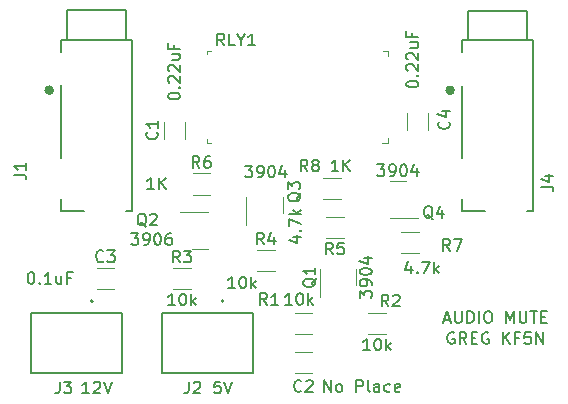
<source format=gto>
G04 #@! TF.GenerationSoftware,KiCad,Pcbnew,6.0.4-6f826c9f35~116~ubuntu20.04.1*
G04 #@! TF.CreationDate,2022-04-06T08:04:33-04:00*
G04 #@! TF.ProjectId,audiomute,61756469-6f6d-4757-9465-2e6b69636164,rev?*
G04 #@! TF.SameCoordinates,Original*
G04 #@! TF.FileFunction,Legend,Top*
G04 #@! TF.FilePolarity,Positive*
%FSLAX46Y46*%
G04 Gerber Fmt 4.6, Leading zero omitted, Abs format (unit mm)*
G04 Created by KiCad (PCBNEW 6.0.4-6f826c9f35~116~ubuntu20.04.1) date 2022-04-06 08:04:33*
%MOMM*%
%LPD*%
G01*
G04 APERTURE LIST*
%ADD10C,0.150000*%
%ADD11C,0.120000*%
%ADD12C,0.127000*%
%ADD13C,0.200000*%
%ADD14C,0.100000*%
%ADD15C,0.400000*%
G04 APERTURE END LIST*
D10*
X120579000Y-100592000D02*
X120483761Y-100544380D01*
X120340904Y-100544380D01*
X120198047Y-100592000D01*
X120102809Y-100687238D01*
X120055190Y-100782476D01*
X120007571Y-100972952D01*
X120007571Y-101115809D01*
X120055190Y-101306285D01*
X120102809Y-101401523D01*
X120198047Y-101496761D01*
X120340904Y-101544380D01*
X120436142Y-101544380D01*
X120579000Y-101496761D01*
X120626619Y-101449142D01*
X120626619Y-101115809D01*
X120436142Y-101115809D01*
X121626619Y-101544380D02*
X121293285Y-101068190D01*
X121055190Y-101544380D02*
X121055190Y-100544380D01*
X121436142Y-100544380D01*
X121531380Y-100592000D01*
X121579000Y-100639619D01*
X121626619Y-100734857D01*
X121626619Y-100877714D01*
X121579000Y-100972952D01*
X121531380Y-101020571D01*
X121436142Y-101068190D01*
X121055190Y-101068190D01*
X122055190Y-101020571D02*
X122388523Y-101020571D01*
X122531380Y-101544380D02*
X122055190Y-101544380D01*
X122055190Y-100544380D01*
X122531380Y-100544380D01*
X123483761Y-100592000D02*
X123388523Y-100544380D01*
X123245666Y-100544380D01*
X123102809Y-100592000D01*
X123007571Y-100687238D01*
X122959952Y-100782476D01*
X122912333Y-100972952D01*
X122912333Y-101115809D01*
X122959952Y-101306285D01*
X123007571Y-101401523D01*
X123102809Y-101496761D01*
X123245666Y-101544380D01*
X123340904Y-101544380D01*
X123483761Y-101496761D01*
X123531380Y-101449142D01*
X123531380Y-101115809D01*
X123340904Y-101115809D01*
X124721857Y-101544380D02*
X124721857Y-100544380D01*
X125293285Y-101544380D02*
X124864714Y-100972952D01*
X125293285Y-100544380D02*
X124721857Y-101115809D01*
X126055190Y-101020571D02*
X125721857Y-101020571D01*
X125721857Y-101544380D02*
X125721857Y-100544380D01*
X126198047Y-100544380D01*
X127055190Y-100544380D02*
X126579000Y-100544380D01*
X126531380Y-101020571D01*
X126579000Y-100972952D01*
X126674238Y-100925333D01*
X126912333Y-100925333D01*
X127007571Y-100972952D01*
X127055190Y-101020571D01*
X127102809Y-101115809D01*
X127102809Y-101353904D01*
X127055190Y-101449142D01*
X127007571Y-101496761D01*
X126912333Y-101544380D01*
X126674238Y-101544380D01*
X126579000Y-101496761D01*
X126531380Y-101449142D01*
X127531380Y-101544380D02*
X127531380Y-100544380D01*
X128102809Y-101544380D01*
X128102809Y-100544380D01*
X89677952Y-105735380D02*
X89106523Y-105735380D01*
X89392238Y-105735380D02*
X89392238Y-104735380D01*
X89297000Y-104878238D01*
X89201761Y-104973476D01*
X89106523Y-105021095D01*
X90058904Y-104830619D02*
X90106523Y-104783000D01*
X90201761Y-104735380D01*
X90439857Y-104735380D01*
X90535095Y-104783000D01*
X90582714Y-104830619D01*
X90630333Y-104925857D01*
X90630333Y-105021095D01*
X90582714Y-105163952D01*
X90011285Y-105735380D01*
X90630333Y-105735380D01*
X90916047Y-104735380D02*
X91249380Y-105735380D01*
X91582714Y-104735380D01*
X100774523Y-104735380D02*
X100298333Y-104735380D01*
X100250714Y-105211571D01*
X100298333Y-105163952D01*
X100393571Y-105116333D01*
X100631666Y-105116333D01*
X100726904Y-105163952D01*
X100774523Y-105211571D01*
X100822142Y-105306809D01*
X100822142Y-105544904D01*
X100774523Y-105640142D01*
X100726904Y-105687761D01*
X100631666Y-105735380D01*
X100393571Y-105735380D01*
X100298333Y-105687761D01*
X100250714Y-105640142D01*
X101107857Y-104735380D02*
X101441190Y-105735380D01*
X101774523Y-104735380D01*
X119745666Y-99480666D02*
X120221857Y-99480666D01*
X119650428Y-99766380D02*
X119983761Y-98766380D01*
X120317095Y-99766380D01*
X120650428Y-98766380D02*
X120650428Y-99575904D01*
X120698047Y-99671142D01*
X120745666Y-99718761D01*
X120840904Y-99766380D01*
X121031380Y-99766380D01*
X121126619Y-99718761D01*
X121174238Y-99671142D01*
X121221857Y-99575904D01*
X121221857Y-98766380D01*
X121698047Y-99766380D02*
X121698047Y-98766380D01*
X121936142Y-98766380D01*
X122079000Y-98814000D01*
X122174238Y-98909238D01*
X122221857Y-99004476D01*
X122269476Y-99194952D01*
X122269476Y-99337809D01*
X122221857Y-99528285D01*
X122174238Y-99623523D01*
X122079000Y-99718761D01*
X121936142Y-99766380D01*
X121698047Y-99766380D01*
X122698047Y-99766380D02*
X122698047Y-98766380D01*
X123364714Y-98766380D02*
X123555190Y-98766380D01*
X123650428Y-98814000D01*
X123745666Y-98909238D01*
X123793285Y-99099714D01*
X123793285Y-99433047D01*
X123745666Y-99623523D01*
X123650428Y-99718761D01*
X123555190Y-99766380D01*
X123364714Y-99766380D01*
X123269476Y-99718761D01*
X123174238Y-99623523D01*
X123126619Y-99433047D01*
X123126619Y-99099714D01*
X123174238Y-98909238D01*
X123269476Y-98814000D01*
X123364714Y-98766380D01*
X124983761Y-99766380D02*
X124983761Y-98766380D01*
X125317095Y-99480666D01*
X125650428Y-98766380D01*
X125650428Y-99766380D01*
X126126619Y-98766380D02*
X126126619Y-99575904D01*
X126174238Y-99671142D01*
X126221857Y-99718761D01*
X126317095Y-99766380D01*
X126507571Y-99766380D01*
X126602809Y-99718761D01*
X126650428Y-99671142D01*
X126698047Y-99575904D01*
X126698047Y-98766380D01*
X127031380Y-98766380D02*
X127602809Y-98766380D01*
X127317095Y-99766380D02*
X127317095Y-98766380D01*
X127936142Y-99242571D02*
X128269476Y-99242571D01*
X128412333Y-99766380D02*
X127936142Y-99766380D01*
X127936142Y-98766380D01*
X128412333Y-98766380D01*
X115022333Y-98369380D02*
X114689000Y-97893190D01*
X114450904Y-98369380D02*
X114450904Y-97369380D01*
X114831857Y-97369380D01*
X114927095Y-97417000D01*
X114974714Y-97464619D01*
X115022333Y-97559857D01*
X115022333Y-97702714D01*
X114974714Y-97797952D01*
X114927095Y-97845571D01*
X114831857Y-97893190D01*
X114450904Y-97893190D01*
X115403285Y-97464619D02*
X115450904Y-97417000D01*
X115546142Y-97369380D01*
X115784238Y-97369380D01*
X115879476Y-97417000D01*
X115927095Y-97464619D01*
X115974714Y-97559857D01*
X115974714Y-97655095D01*
X115927095Y-97797952D01*
X115355666Y-98369380D01*
X115974714Y-98369380D01*
X113450761Y-102094380D02*
X112879333Y-102094380D01*
X113165047Y-102094380D02*
X113165047Y-101094380D01*
X113069809Y-101237238D01*
X112974571Y-101332476D01*
X112879333Y-101380095D01*
X114069809Y-101094380D02*
X114165047Y-101094380D01*
X114260285Y-101142000D01*
X114307904Y-101189619D01*
X114355523Y-101284857D01*
X114403142Y-101475333D01*
X114403142Y-101713428D01*
X114355523Y-101903904D01*
X114307904Y-101999142D01*
X114260285Y-102046761D01*
X114165047Y-102094380D01*
X114069809Y-102094380D01*
X113974571Y-102046761D01*
X113926952Y-101999142D01*
X113879333Y-101903904D01*
X113831714Y-101713428D01*
X113831714Y-101475333D01*
X113879333Y-101284857D01*
X113926952Y-101189619D01*
X113974571Y-101142000D01*
X114069809Y-101094380D01*
X114831714Y-102094380D02*
X114831714Y-101094380D01*
X114926952Y-101713428D02*
X115212666Y-102094380D01*
X115212666Y-101427714D02*
X114831714Y-101808666D01*
X108891619Y-95980238D02*
X108844000Y-96075476D01*
X108748761Y-96170714D01*
X108605904Y-96313571D01*
X108558285Y-96408809D01*
X108558285Y-96504047D01*
X108796380Y-96456428D02*
X108748761Y-96551666D01*
X108653523Y-96646904D01*
X108463047Y-96694523D01*
X108129714Y-96694523D01*
X107939238Y-96646904D01*
X107844000Y-96551666D01*
X107796380Y-96456428D01*
X107796380Y-96265952D01*
X107844000Y-96170714D01*
X107939238Y-96075476D01*
X108129714Y-96027857D01*
X108463047Y-96027857D01*
X108653523Y-96075476D01*
X108748761Y-96170714D01*
X108796380Y-96265952D01*
X108796380Y-96456428D01*
X108796380Y-95075476D02*
X108796380Y-95646904D01*
X108796380Y-95361190D02*
X107796380Y-95361190D01*
X107939238Y-95456428D01*
X108034476Y-95551666D01*
X108082095Y-95646904D01*
X112596380Y-97646904D02*
X112596380Y-97027857D01*
X112977333Y-97361190D01*
X112977333Y-97218333D01*
X113024952Y-97123095D01*
X113072571Y-97075476D01*
X113167809Y-97027857D01*
X113405904Y-97027857D01*
X113501142Y-97075476D01*
X113548761Y-97123095D01*
X113596380Y-97218333D01*
X113596380Y-97504047D01*
X113548761Y-97599285D01*
X113501142Y-97646904D01*
X113596380Y-96551666D02*
X113596380Y-96361190D01*
X113548761Y-96265952D01*
X113501142Y-96218333D01*
X113358285Y-96123095D01*
X113167809Y-96075476D01*
X112786857Y-96075476D01*
X112691619Y-96123095D01*
X112644000Y-96170714D01*
X112596380Y-96265952D01*
X112596380Y-96456428D01*
X112644000Y-96551666D01*
X112691619Y-96599285D01*
X112786857Y-96646904D01*
X113024952Y-96646904D01*
X113120190Y-96599285D01*
X113167809Y-96551666D01*
X113215428Y-96456428D01*
X113215428Y-96265952D01*
X113167809Y-96170714D01*
X113120190Y-96123095D01*
X113024952Y-96075476D01*
X112596380Y-95456428D02*
X112596380Y-95361190D01*
X112644000Y-95265952D01*
X112691619Y-95218333D01*
X112786857Y-95170714D01*
X112977333Y-95123095D01*
X113215428Y-95123095D01*
X113405904Y-95170714D01*
X113501142Y-95218333D01*
X113548761Y-95265952D01*
X113596380Y-95361190D01*
X113596380Y-95456428D01*
X113548761Y-95551666D01*
X113501142Y-95599285D01*
X113405904Y-95646904D01*
X113215428Y-95694523D01*
X112977333Y-95694523D01*
X112786857Y-95646904D01*
X112691619Y-95599285D01*
X112644000Y-95551666D01*
X112596380Y-95456428D01*
X112929714Y-94265952D02*
X113596380Y-94265952D01*
X112548761Y-94504047D02*
X113263047Y-94742142D01*
X113263047Y-94123095D01*
X107608619Y-88741238D02*
X107561000Y-88836476D01*
X107465761Y-88931714D01*
X107322904Y-89074571D01*
X107275285Y-89169809D01*
X107275285Y-89265047D01*
X107513380Y-89217428D02*
X107465761Y-89312666D01*
X107370523Y-89407904D01*
X107180047Y-89455523D01*
X106846714Y-89455523D01*
X106656238Y-89407904D01*
X106561000Y-89312666D01*
X106513380Y-89217428D01*
X106513380Y-89026952D01*
X106561000Y-88931714D01*
X106656238Y-88836476D01*
X106846714Y-88788857D01*
X107180047Y-88788857D01*
X107370523Y-88836476D01*
X107465761Y-88931714D01*
X107513380Y-89026952D01*
X107513380Y-89217428D01*
X106513380Y-88455523D02*
X106513380Y-87836476D01*
X106894333Y-88169809D01*
X106894333Y-88026952D01*
X106941952Y-87931714D01*
X106989571Y-87884095D01*
X107084809Y-87836476D01*
X107322904Y-87836476D01*
X107418142Y-87884095D01*
X107465761Y-87931714D01*
X107513380Y-88026952D01*
X107513380Y-88312666D01*
X107465761Y-88407904D01*
X107418142Y-88455523D01*
X102886095Y-86447380D02*
X103505142Y-86447380D01*
X103171809Y-86828333D01*
X103314666Y-86828333D01*
X103409904Y-86875952D01*
X103457523Y-86923571D01*
X103505142Y-87018809D01*
X103505142Y-87256904D01*
X103457523Y-87352142D01*
X103409904Y-87399761D01*
X103314666Y-87447380D01*
X103028952Y-87447380D01*
X102933714Y-87399761D01*
X102886095Y-87352142D01*
X103981333Y-87447380D02*
X104171809Y-87447380D01*
X104267047Y-87399761D01*
X104314666Y-87352142D01*
X104409904Y-87209285D01*
X104457523Y-87018809D01*
X104457523Y-86637857D01*
X104409904Y-86542619D01*
X104362285Y-86495000D01*
X104267047Y-86447380D01*
X104076571Y-86447380D01*
X103981333Y-86495000D01*
X103933714Y-86542619D01*
X103886095Y-86637857D01*
X103886095Y-86875952D01*
X103933714Y-86971190D01*
X103981333Y-87018809D01*
X104076571Y-87066428D01*
X104267047Y-87066428D01*
X104362285Y-87018809D01*
X104409904Y-86971190D01*
X104457523Y-86875952D01*
X105076571Y-86447380D02*
X105171809Y-86447380D01*
X105267047Y-86495000D01*
X105314666Y-86542619D01*
X105362285Y-86637857D01*
X105409904Y-86828333D01*
X105409904Y-87066428D01*
X105362285Y-87256904D01*
X105314666Y-87352142D01*
X105267047Y-87399761D01*
X105171809Y-87447380D01*
X105076571Y-87447380D01*
X104981333Y-87399761D01*
X104933714Y-87352142D01*
X104886095Y-87256904D01*
X104838476Y-87066428D01*
X104838476Y-86828333D01*
X104886095Y-86637857D01*
X104933714Y-86542619D01*
X104981333Y-86495000D01*
X105076571Y-86447380D01*
X106267047Y-86780714D02*
X106267047Y-87447380D01*
X106028952Y-86399761D02*
X105790857Y-87114047D01*
X106409904Y-87114047D01*
X107656333Y-105513142D02*
X107608714Y-105560761D01*
X107465857Y-105608380D01*
X107370619Y-105608380D01*
X107227761Y-105560761D01*
X107132523Y-105465523D01*
X107084904Y-105370285D01*
X107037285Y-105179809D01*
X107037285Y-105036952D01*
X107084904Y-104846476D01*
X107132523Y-104751238D01*
X107227761Y-104656000D01*
X107370619Y-104608380D01*
X107465857Y-104608380D01*
X107608714Y-104656000D01*
X107656333Y-104703619D01*
X108037285Y-104703619D02*
X108084904Y-104656000D01*
X108180142Y-104608380D01*
X108418238Y-104608380D01*
X108513476Y-104656000D01*
X108561095Y-104703619D01*
X108608714Y-104798857D01*
X108608714Y-104894095D01*
X108561095Y-105036952D01*
X107989666Y-105608380D01*
X108608714Y-105608380D01*
X109585523Y-105608380D02*
X109585523Y-104608380D01*
X110156952Y-105608380D01*
X110156952Y-104608380D01*
X110776000Y-105608380D02*
X110680761Y-105560761D01*
X110633142Y-105513142D01*
X110585523Y-105417904D01*
X110585523Y-105132190D01*
X110633142Y-105036952D01*
X110680761Y-104989333D01*
X110776000Y-104941714D01*
X110918857Y-104941714D01*
X111014095Y-104989333D01*
X111061714Y-105036952D01*
X111109333Y-105132190D01*
X111109333Y-105417904D01*
X111061714Y-105513142D01*
X111014095Y-105560761D01*
X110918857Y-105608380D01*
X110776000Y-105608380D01*
X112299809Y-105608380D02*
X112299809Y-104608380D01*
X112680761Y-104608380D01*
X112776000Y-104656000D01*
X112823619Y-104703619D01*
X112871238Y-104798857D01*
X112871238Y-104941714D01*
X112823619Y-105036952D01*
X112776000Y-105084571D01*
X112680761Y-105132190D01*
X112299809Y-105132190D01*
X113442666Y-105608380D02*
X113347428Y-105560761D01*
X113299809Y-105465523D01*
X113299809Y-104608380D01*
X114252190Y-105608380D02*
X114252190Y-105084571D01*
X114204571Y-104989333D01*
X114109333Y-104941714D01*
X113918857Y-104941714D01*
X113823619Y-104989333D01*
X114252190Y-105560761D02*
X114156952Y-105608380D01*
X113918857Y-105608380D01*
X113823619Y-105560761D01*
X113776000Y-105465523D01*
X113776000Y-105370285D01*
X113823619Y-105275047D01*
X113918857Y-105227428D01*
X114156952Y-105227428D01*
X114252190Y-105179809D01*
X115156952Y-105560761D02*
X115061714Y-105608380D01*
X114871238Y-105608380D01*
X114776000Y-105560761D01*
X114728380Y-105513142D01*
X114680761Y-105417904D01*
X114680761Y-105132190D01*
X114728380Y-105036952D01*
X114776000Y-104989333D01*
X114871238Y-104941714D01*
X115061714Y-104941714D01*
X115156952Y-104989333D01*
X115966476Y-105560761D02*
X115871238Y-105608380D01*
X115680761Y-105608380D01*
X115585523Y-105560761D01*
X115537904Y-105465523D01*
X115537904Y-105084571D01*
X115585523Y-104989333D01*
X115680761Y-104941714D01*
X115871238Y-104941714D01*
X115966476Y-104989333D01*
X116014095Y-105084571D01*
X116014095Y-105179809D01*
X115537904Y-105275047D01*
X98091666Y-104735380D02*
X98091666Y-105449666D01*
X98044047Y-105592523D01*
X97948809Y-105687761D01*
X97805952Y-105735380D01*
X97710714Y-105735380D01*
X98520238Y-104830619D02*
X98567857Y-104783000D01*
X98663095Y-104735380D01*
X98901190Y-104735380D01*
X98996428Y-104783000D01*
X99044047Y-104830619D01*
X99091666Y-104925857D01*
X99091666Y-105021095D01*
X99044047Y-105163952D01*
X98472619Y-105735380D01*
X99091666Y-105735380D01*
X108164333Y-86939380D02*
X107831000Y-86463190D01*
X107592904Y-86939380D02*
X107592904Y-85939380D01*
X107973857Y-85939380D01*
X108069095Y-85987000D01*
X108116714Y-86034619D01*
X108164333Y-86129857D01*
X108164333Y-86272714D01*
X108116714Y-86367952D01*
X108069095Y-86415571D01*
X107973857Y-86463190D01*
X107592904Y-86463190D01*
X108735761Y-86367952D02*
X108640523Y-86320333D01*
X108592904Y-86272714D01*
X108545285Y-86177476D01*
X108545285Y-86129857D01*
X108592904Y-86034619D01*
X108640523Y-85987000D01*
X108735761Y-85939380D01*
X108926238Y-85939380D01*
X109021476Y-85987000D01*
X109069095Y-86034619D01*
X109116714Y-86129857D01*
X109116714Y-86177476D01*
X109069095Y-86272714D01*
X109021476Y-86320333D01*
X108926238Y-86367952D01*
X108735761Y-86367952D01*
X108640523Y-86415571D01*
X108592904Y-86463190D01*
X108545285Y-86558428D01*
X108545285Y-86748904D01*
X108592904Y-86844142D01*
X108640523Y-86891761D01*
X108735761Y-86939380D01*
X108926238Y-86939380D01*
X109021476Y-86891761D01*
X109069095Y-86844142D01*
X109116714Y-86748904D01*
X109116714Y-86558428D01*
X109069095Y-86463190D01*
X109021476Y-86415571D01*
X108926238Y-86367952D01*
X110783714Y-86939380D02*
X110212285Y-86939380D01*
X110498000Y-86939380D02*
X110498000Y-85939380D01*
X110402761Y-86082238D01*
X110307523Y-86177476D01*
X110212285Y-86225095D01*
X111212285Y-86939380D02*
X111212285Y-85939380D01*
X111783714Y-86939380D02*
X111355142Y-86367952D01*
X111783714Y-85939380D02*
X111212285Y-86510809D01*
X95408142Y-83605666D02*
X95455761Y-83653285D01*
X95503380Y-83796142D01*
X95503380Y-83891380D01*
X95455761Y-84034238D01*
X95360523Y-84129476D01*
X95265285Y-84177095D01*
X95074809Y-84224714D01*
X94931952Y-84224714D01*
X94741476Y-84177095D01*
X94646238Y-84129476D01*
X94551000Y-84034238D01*
X94503380Y-83891380D01*
X94503380Y-83796142D01*
X94551000Y-83653285D01*
X94598619Y-83605666D01*
X95503380Y-82653285D02*
X95503380Y-83224714D01*
X95503380Y-82939000D02*
X94503380Y-82939000D01*
X94646238Y-83034238D01*
X94741476Y-83129476D01*
X94789095Y-83224714D01*
X96353380Y-80605047D02*
X96353380Y-80509809D01*
X96401000Y-80414571D01*
X96448619Y-80366952D01*
X96543857Y-80319333D01*
X96734333Y-80271714D01*
X96972428Y-80271714D01*
X97162904Y-80319333D01*
X97258142Y-80366952D01*
X97305761Y-80414571D01*
X97353380Y-80509809D01*
X97353380Y-80605047D01*
X97305761Y-80700285D01*
X97258142Y-80747904D01*
X97162904Y-80795523D01*
X96972428Y-80843142D01*
X96734333Y-80843142D01*
X96543857Y-80795523D01*
X96448619Y-80747904D01*
X96401000Y-80700285D01*
X96353380Y-80605047D01*
X97258142Y-79843142D02*
X97305761Y-79795523D01*
X97353380Y-79843142D01*
X97305761Y-79890761D01*
X97258142Y-79843142D01*
X97353380Y-79843142D01*
X96448619Y-79414571D02*
X96401000Y-79366952D01*
X96353380Y-79271714D01*
X96353380Y-79033619D01*
X96401000Y-78938380D01*
X96448619Y-78890761D01*
X96543857Y-78843142D01*
X96639095Y-78843142D01*
X96781952Y-78890761D01*
X97353380Y-79462190D01*
X97353380Y-78843142D01*
X96448619Y-78462190D02*
X96401000Y-78414571D01*
X96353380Y-78319333D01*
X96353380Y-78081238D01*
X96401000Y-77986000D01*
X96448619Y-77938380D01*
X96543857Y-77890761D01*
X96639095Y-77890761D01*
X96781952Y-77938380D01*
X97353380Y-78509809D01*
X97353380Y-77890761D01*
X96686714Y-77033619D02*
X97353380Y-77033619D01*
X96686714Y-77462190D02*
X97210523Y-77462190D01*
X97305761Y-77414571D01*
X97353380Y-77319333D01*
X97353380Y-77176476D01*
X97305761Y-77081238D01*
X97258142Y-77033619D01*
X96829571Y-76224095D02*
X96829571Y-76557428D01*
X97353380Y-76557428D02*
X96353380Y-76557428D01*
X96353380Y-76081238D01*
X101108000Y-76271380D02*
X100774666Y-75795190D01*
X100536571Y-76271380D02*
X100536571Y-75271380D01*
X100917523Y-75271380D01*
X101012761Y-75319000D01*
X101060380Y-75366619D01*
X101108000Y-75461857D01*
X101108000Y-75604714D01*
X101060380Y-75699952D01*
X101012761Y-75747571D01*
X100917523Y-75795190D01*
X100536571Y-75795190D01*
X102012761Y-76271380D02*
X101536571Y-76271380D01*
X101536571Y-75271380D01*
X102536571Y-75795190D02*
X102536571Y-76271380D01*
X102203238Y-75271380D02*
X102536571Y-75795190D01*
X102869904Y-75271380D01*
X103727047Y-76271380D02*
X103155619Y-76271380D01*
X103441333Y-76271380D02*
X103441333Y-75271380D01*
X103346095Y-75414238D01*
X103250857Y-75509476D01*
X103155619Y-75557095D01*
X90892333Y-94519142D02*
X90844714Y-94566761D01*
X90701857Y-94614380D01*
X90606619Y-94614380D01*
X90463761Y-94566761D01*
X90368523Y-94471523D01*
X90320904Y-94376285D01*
X90273285Y-94185809D01*
X90273285Y-94042952D01*
X90320904Y-93852476D01*
X90368523Y-93757238D01*
X90463761Y-93662000D01*
X90606619Y-93614380D01*
X90701857Y-93614380D01*
X90844714Y-93662000D01*
X90892333Y-93709619D01*
X91225666Y-93614380D02*
X91844714Y-93614380D01*
X91511380Y-93995333D01*
X91654238Y-93995333D01*
X91749476Y-94042952D01*
X91797095Y-94090571D01*
X91844714Y-94185809D01*
X91844714Y-94423904D01*
X91797095Y-94519142D01*
X91749476Y-94566761D01*
X91654238Y-94614380D01*
X91368523Y-94614380D01*
X91273285Y-94566761D01*
X91225666Y-94519142D01*
X84717142Y-95464380D02*
X84812380Y-95464380D01*
X84907619Y-95512000D01*
X84955238Y-95559619D01*
X85002857Y-95654857D01*
X85050476Y-95845333D01*
X85050476Y-96083428D01*
X85002857Y-96273904D01*
X84955238Y-96369142D01*
X84907619Y-96416761D01*
X84812380Y-96464380D01*
X84717142Y-96464380D01*
X84621904Y-96416761D01*
X84574285Y-96369142D01*
X84526666Y-96273904D01*
X84479047Y-96083428D01*
X84479047Y-95845333D01*
X84526666Y-95654857D01*
X84574285Y-95559619D01*
X84621904Y-95512000D01*
X84717142Y-95464380D01*
X85479047Y-96369142D02*
X85526666Y-96416761D01*
X85479047Y-96464380D01*
X85431428Y-96416761D01*
X85479047Y-96369142D01*
X85479047Y-96464380D01*
X86479047Y-96464380D02*
X85907619Y-96464380D01*
X86193333Y-96464380D02*
X86193333Y-95464380D01*
X86098095Y-95607238D01*
X86002857Y-95702476D01*
X85907619Y-95750095D01*
X87336190Y-95797714D02*
X87336190Y-96464380D01*
X86907619Y-95797714D02*
X86907619Y-96321523D01*
X86955238Y-96416761D01*
X87050476Y-96464380D01*
X87193333Y-96464380D01*
X87288571Y-96416761D01*
X87336190Y-96369142D01*
X88145714Y-95940571D02*
X87812380Y-95940571D01*
X87812380Y-96464380D02*
X87812380Y-95464380D01*
X88288571Y-95464380D01*
X97369333Y-94644380D02*
X97036000Y-94168190D01*
X96797904Y-94644380D02*
X96797904Y-93644380D01*
X97178857Y-93644380D01*
X97274095Y-93692000D01*
X97321714Y-93739619D01*
X97369333Y-93834857D01*
X97369333Y-93977714D01*
X97321714Y-94072952D01*
X97274095Y-94120571D01*
X97178857Y-94168190D01*
X96797904Y-94168190D01*
X97702666Y-93644380D02*
X98321714Y-93644380D01*
X97988380Y-94025333D01*
X98131238Y-94025333D01*
X98226476Y-94072952D01*
X98274095Y-94120571D01*
X98321714Y-94215809D01*
X98321714Y-94453904D01*
X98274095Y-94549142D01*
X98226476Y-94596761D01*
X98131238Y-94644380D01*
X97845523Y-94644380D01*
X97750285Y-94596761D01*
X97702666Y-94549142D01*
X96940761Y-98284380D02*
X96369333Y-98284380D01*
X96655047Y-98284380D02*
X96655047Y-97284380D01*
X96559809Y-97427238D01*
X96464571Y-97522476D01*
X96369333Y-97570095D01*
X97559809Y-97284380D02*
X97655047Y-97284380D01*
X97750285Y-97332000D01*
X97797904Y-97379619D01*
X97845523Y-97474857D01*
X97893142Y-97665333D01*
X97893142Y-97903428D01*
X97845523Y-98093904D01*
X97797904Y-98189142D01*
X97750285Y-98236761D01*
X97655047Y-98284380D01*
X97559809Y-98284380D01*
X97464571Y-98236761D01*
X97416952Y-98189142D01*
X97369333Y-98093904D01*
X97321714Y-97903428D01*
X97321714Y-97665333D01*
X97369333Y-97474857D01*
X97416952Y-97379619D01*
X97464571Y-97332000D01*
X97559809Y-97284380D01*
X98321714Y-98284380D02*
X98321714Y-97284380D01*
X98416952Y-97903428D02*
X98702666Y-98284380D01*
X98702666Y-97617714D02*
X98321714Y-97998666D01*
X99020333Y-86643380D02*
X98687000Y-86167190D01*
X98448904Y-86643380D02*
X98448904Y-85643380D01*
X98829857Y-85643380D01*
X98925095Y-85691000D01*
X98972714Y-85738619D01*
X99020333Y-85833857D01*
X99020333Y-85976714D01*
X98972714Y-86071952D01*
X98925095Y-86119571D01*
X98829857Y-86167190D01*
X98448904Y-86167190D01*
X99877476Y-85643380D02*
X99687000Y-85643380D01*
X99591761Y-85691000D01*
X99544142Y-85738619D01*
X99448904Y-85881476D01*
X99401285Y-86071952D01*
X99401285Y-86452904D01*
X99448904Y-86548142D01*
X99496523Y-86595761D01*
X99591761Y-86643380D01*
X99782238Y-86643380D01*
X99877476Y-86595761D01*
X99925095Y-86548142D01*
X99972714Y-86452904D01*
X99972714Y-86214809D01*
X99925095Y-86119571D01*
X99877476Y-86071952D01*
X99782238Y-86024333D01*
X99591761Y-86024333D01*
X99496523Y-86071952D01*
X99448904Y-86119571D01*
X99401285Y-86214809D01*
X95162714Y-88463380D02*
X94591285Y-88463380D01*
X94877000Y-88463380D02*
X94877000Y-87463380D01*
X94781761Y-87606238D01*
X94686523Y-87701476D01*
X94591285Y-87749095D01*
X95591285Y-88463380D02*
X95591285Y-87463380D01*
X96162714Y-88463380D02*
X95734142Y-87891952D01*
X96162714Y-87463380D02*
X95591285Y-88034809D01*
X120229333Y-93670380D02*
X119896000Y-93194190D01*
X119657904Y-93670380D02*
X119657904Y-92670380D01*
X120038857Y-92670380D01*
X120134095Y-92718000D01*
X120181714Y-92765619D01*
X120229333Y-92860857D01*
X120229333Y-93003714D01*
X120181714Y-93098952D01*
X120134095Y-93146571D01*
X120038857Y-93194190D01*
X119657904Y-93194190D01*
X120562666Y-92670380D02*
X121229333Y-92670380D01*
X120800761Y-93670380D01*
X116927428Y-94908714D02*
X116927428Y-95575380D01*
X116689333Y-94527761D02*
X116451238Y-95242047D01*
X117070285Y-95242047D01*
X117451238Y-95480142D02*
X117498857Y-95527761D01*
X117451238Y-95575380D01*
X117403619Y-95527761D01*
X117451238Y-95480142D01*
X117451238Y-95575380D01*
X117832190Y-94575380D02*
X118498857Y-94575380D01*
X118070285Y-95575380D01*
X118879809Y-95575380D02*
X118879809Y-94575380D01*
X118975047Y-95194428D02*
X119260761Y-95575380D01*
X119260761Y-94908714D02*
X118879809Y-95289666D01*
X127975350Y-88217960D02*
X128690980Y-88217960D01*
X128834106Y-88265669D01*
X128929523Y-88361086D01*
X128977232Y-88504212D01*
X128977232Y-88599630D01*
X128309311Y-87311496D02*
X128977232Y-87311496D01*
X127927641Y-87550039D02*
X128643271Y-87788582D01*
X128643271Y-87168370D01*
X104481333Y-93120380D02*
X104148000Y-92644190D01*
X103909904Y-93120380D02*
X103909904Y-92120380D01*
X104290857Y-92120380D01*
X104386095Y-92168000D01*
X104433714Y-92215619D01*
X104481333Y-92310857D01*
X104481333Y-92453714D01*
X104433714Y-92548952D01*
X104386095Y-92596571D01*
X104290857Y-92644190D01*
X103909904Y-92644190D01*
X105338476Y-92453714D02*
X105338476Y-93120380D01*
X105100380Y-92072761D02*
X104862285Y-92787047D01*
X105481333Y-92787047D01*
X102020761Y-96845380D02*
X101449333Y-96845380D01*
X101735047Y-96845380D02*
X101735047Y-95845380D01*
X101639809Y-95988238D01*
X101544571Y-96083476D01*
X101449333Y-96131095D01*
X102639809Y-95845380D02*
X102735047Y-95845380D01*
X102830285Y-95893000D01*
X102877904Y-95940619D01*
X102925523Y-96035857D01*
X102973142Y-96226333D01*
X102973142Y-96464428D01*
X102925523Y-96654904D01*
X102877904Y-96750142D01*
X102830285Y-96797761D01*
X102735047Y-96845380D01*
X102639809Y-96845380D01*
X102544571Y-96797761D01*
X102496952Y-96750142D01*
X102449333Y-96654904D01*
X102401714Y-96464428D01*
X102401714Y-96226333D01*
X102449333Y-96035857D01*
X102496952Y-95940619D01*
X102544571Y-95893000D01*
X102639809Y-95845380D01*
X103401714Y-96845380D02*
X103401714Y-95845380D01*
X103496952Y-96464428D02*
X103782666Y-96845380D01*
X103782666Y-96178714D02*
X103401714Y-96559666D01*
X94519761Y-91606619D02*
X94424523Y-91559000D01*
X94329285Y-91463761D01*
X94186428Y-91320904D01*
X94091190Y-91273285D01*
X93995952Y-91273285D01*
X94043571Y-91511380D02*
X93948333Y-91463761D01*
X93853095Y-91368523D01*
X93805476Y-91178047D01*
X93805476Y-90844714D01*
X93853095Y-90654238D01*
X93948333Y-90559000D01*
X94043571Y-90511380D01*
X94234047Y-90511380D01*
X94329285Y-90559000D01*
X94424523Y-90654238D01*
X94472142Y-90844714D01*
X94472142Y-91178047D01*
X94424523Y-91368523D01*
X94329285Y-91463761D01*
X94234047Y-91511380D01*
X94043571Y-91511380D01*
X94853095Y-90606619D02*
X94900714Y-90559000D01*
X94995952Y-90511380D01*
X95234047Y-90511380D01*
X95329285Y-90559000D01*
X95376904Y-90606619D01*
X95424523Y-90701857D01*
X95424523Y-90797095D01*
X95376904Y-90939952D01*
X94805476Y-91511380D01*
X95424523Y-91511380D01*
X93234095Y-92162380D02*
X93853142Y-92162380D01*
X93519809Y-92543333D01*
X93662666Y-92543333D01*
X93757904Y-92590952D01*
X93805523Y-92638571D01*
X93853142Y-92733809D01*
X93853142Y-92971904D01*
X93805523Y-93067142D01*
X93757904Y-93114761D01*
X93662666Y-93162380D01*
X93376952Y-93162380D01*
X93281714Y-93114761D01*
X93234095Y-93067142D01*
X94329333Y-93162380D02*
X94519809Y-93162380D01*
X94615047Y-93114761D01*
X94662666Y-93067142D01*
X94757904Y-92924285D01*
X94805523Y-92733809D01*
X94805523Y-92352857D01*
X94757904Y-92257619D01*
X94710285Y-92210000D01*
X94615047Y-92162380D01*
X94424571Y-92162380D01*
X94329333Y-92210000D01*
X94281714Y-92257619D01*
X94234095Y-92352857D01*
X94234095Y-92590952D01*
X94281714Y-92686190D01*
X94329333Y-92733809D01*
X94424571Y-92781428D01*
X94615047Y-92781428D01*
X94710285Y-92733809D01*
X94757904Y-92686190D01*
X94805523Y-92590952D01*
X95424571Y-92162380D02*
X95519809Y-92162380D01*
X95615047Y-92210000D01*
X95662666Y-92257619D01*
X95710285Y-92352857D01*
X95757904Y-92543333D01*
X95757904Y-92781428D01*
X95710285Y-92971904D01*
X95662666Y-93067142D01*
X95615047Y-93114761D01*
X95519809Y-93162380D01*
X95424571Y-93162380D01*
X95329333Y-93114761D01*
X95281714Y-93067142D01*
X95234095Y-92971904D01*
X95186476Y-92781428D01*
X95186476Y-92543333D01*
X95234095Y-92352857D01*
X95281714Y-92257619D01*
X95329333Y-92210000D01*
X95424571Y-92162380D01*
X96615047Y-92162380D02*
X96424571Y-92162380D01*
X96329333Y-92210000D01*
X96281714Y-92257619D01*
X96186476Y-92400476D01*
X96138857Y-92590952D01*
X96138857Y-92971904D01*
X96186476Y-93067142D01*
X96234095Y-93114761D01*
X96329333Y-93162380D01*
X96519809Y-93162380D01*
X96615047Y-93114761D01*
X96662666Y-93067142D01*
X96710285Y-92971904D01*
X96710285Y-92733809D01*
X96662666Y-92638571D01*
X96615047Y-92590952D01*
X96519809Y-92543333D01*
X96329333Y-92543333D01*
X96234095Y-92590952D01*
X96186476Y-92638571D01*
X96138857Y-92733809D01*
X83351315Y-87224175D02*
X84066945Y-87224175D01*
X84210071Y-87271884D01*
X84305488Y-87367301D01*
X84353197Y-87510427D01*
X84353197Y-87605845D01*
X84353197Y-86222293D02*
X84353197Y-86794797D01*
X84353197Y-86508545D02*
X83351315Y-86508545D01*
X83494441Y-86603963D01*
X83589858Y-86699380D01*
X83637567Y-86794797D01*
X104735333Y-98242380D02*
X104402000Y-97766190D01*
X104163904Y-98242380D02*
X104163904Y-97242380D01*
X104544857Y-97242380D01*
X104640095Y-97290000D01*
X104687714Y-97337619D01*
X104735333Y-97432857D01*
X104735333Y-97575714D01*
X104687714Y-97670952D01*
X104640095Y-97718571D01*
X104544857Y-97766190D01*
X104163904Y-97766190D01*
X105687714Y-98242380D02*
X105116285Y-98242380D01*
X105402000Y-98242380D02*
X105402000Y-97242380D01*
X105306761Y-97385238D01*
X105211523Y-97480476D01*
X105116285Y-97528095D01*
X106846761Y-98242380D02*
X106275333Y-98242380D01*
X106561047Y-98242380D02*
X106561047Y-97242380D01*
X106465809Y-97385238D01*
X106370571Y-97480476D01*
X106275333Y-97528095D01*
X107465809Y-97242380D02*
X107561047Y-97242380D01*
X107656285Y-97290000D01*
X107703904Y-97337619D01*
X107751523Y-97432857D01*
X107799142Y-97623333D01*
X107799142Y-97861428D01*
X107751523Y-98051904D01*
X107703904Y-98147142D01*
X107656285Y-98194761D01*
X107561047Y-98242380D01*
X107465809Y-98242380D01*
X107370571Y-98194761D01*
X107322952Y-98147142D01*
X107275333Y-98051904D01*
X107227714Y-97861428D01*
X107227714Y-97623333D01*
X107275333Y-97432857D01*
X107322952Y-97337619D01*
X107370571Y-97290000D01*
X107465809Y-97242380D01*
X108227714Y-98242380D02*
X108227714Y-97242380D01*
X108322952Y-97861428D02*
X108608666Y-98242380D01*
X108608666Y-97575714D02*
X108227714Y-97956666D01*
X118776761Y-90971619D02*
X118681523Y-90924000D01*
X118586285Y-90828761D01*
X118443428Y-90685904D01*
X118348190Y-90638285D01*
X118252952Y-90638285D01*
X118300571Y-90876380D02*
X118205333Y-90828761D01*
X118110095Y-90733523D01*
X118062476Y-90543047D01*
X118062476Y-90209714D01*
X118110095Y-90019238D01*
X118205333Y-89924000D01*
X118300571Y-89876380D01*
X118491047Y-89876380D01*
X118586285Y-89924000D01*
X118681523Y-90019238D01*
X118729142Y-90209714D01*
X118729142Y-90543047D01*
X118681523Y-90733523D01*
X118586285Y-90828761D01*
X118491047Y-90876380D01*
X118300571Y-90876380D01*
X119586285Y-90209714D02*
X119586285Y-90876380D01*
X119348190Y-89828761D02*
X119110095Y-90543047D01*
X119729142Y-90543047D01*
X114062095Y-86333380D02*
X114681142Y-86333380D01*
X114347809Y-86714333D01*
X114490666Y-86714333D01*
X114585904Y-86761952D01*
X114633523Y-86809571D01*
X114681142Y-86904809D01*
X114681142Y-87142904D01*
X114633523Y-87238142D01*
X114585904Y-87285761D01*
X114490666Y-87333380D01*
X114204952Y-87333380D01*
X114109714Y-87285761D01*
X114062095Y-87238142D01*
X115157333Y-87333380D02*
X115347809Y-87333380D01*
X115443047Y-87285761D01*
X115490666Y-87238142D01*
X115585904Y-87095285D01*
X115633523Y-86904809D01*
X115633523Y-86523857D01*
X115585904Y-86428619D01*
X115538285Y-86381000D01*
X115443047Y-86333380D01*
X115252571Y-86333380D01*
X115157333Y-86381000D01*
X115109714Y-86428619D01*
X115062095Y-86523857D01*
X115062095Y-86761952D01*
X115109714Y-86857190D01*
X115157333Y-86904809D01*
X115252571Y-86952428D01*
X115443047Y-86952428D01*
X115538285Y-86904809D01*
X115585904Y-86857190D01*
X115633523Y-86761952D01*
X116252571Y-86333380D02*
X116347809Y-86333380D01*
X116443047Y-86381000D01*
X116490666Y-86428619D01*
X116538285Y-86523857D01*
X116585904Y-86714333D01*
X116585904Y-86952428D01*
X116538285Y-87142904D01*
X116490666Y-87238142D01*
X116443047Y-87285761D01*
X116347809Y-87333380D01*
X116252571Y-87333380D01*
X116157333Y-87285761D01*
X116109714Y-87238142D01*
X116062095Y-87142904D01*
X116014476Y-86952428D01*
X116014476Y-86714333D01*
X116062095Y-86523857D01*
X116109714Y-86428619D01*
X116157333Y-86381000D01*
X116252571Y-86333380D01*
X117443047Y-86666714D02*
X117443047Y-87333380D01*
X117204952Y-86285761D02*
X116966857Y-87000047D01*
X117585904Y-87000047D01*
X87169666Y-104735380D02*
X87169666Y-105449666D01*
X87122047Y-105592523D01*
X87026809Y-105687761D01*
X86883952Y-105735380D01*
X86788714Y-105735380D01*
X87550619Y-104735380D02*
X88169666Y-104735380D01*
X87836333Y-105116333D01*
X87979190Y-105116333D01*
X88074428Y-105163952D01*
X88122047Y-105211571D01*
X88169666Y-105306809D01*
X88169666Y-105544904D01*
X88122047Y-105640142D01*
X88074428Y-105687761D01*
X87979190Y-105735380D01*
X87693476Y-105735380D01*
X87598238Y-105687761D01*
X87550619Y-105640142D01*
X120118142Y-82716666D02*
X120165761Y-82764285D01*
X120213380Y-82907142D01*
X120213380Y-83002380D01*
X120165761Y-83145238D01*
X120070523Y-83240476D01*
X119975285Y-83288095D01*
X119784809Y-83335714D01*
X119641952Y-83335714D01*
X119451476Y-83288095D01*
X119356238Y-83240476D01*
X119261000Y-83145238D01*
X119213380Y-83002380D01*
X119213380Y-82907142D01*
X119261000Y-82764285D01*
X119308619Y-82716666D01*
X119546714Y-81859523D02*
X120213380Y-81859523D01*
X119165761Y-82097619D02*
X119880047Y-82335714D01*
X119880047Y-81716666D01*
X116546380Y-79589047D02*
X116546380Y-79493809D01*
X116594000Y-79398571D01*
X116641619Y-79350952D01*
X116736857Y-79303333D01*
X116927333Y-79255714D01*
X117165428Y-79255714D01*
X117355904Y-79303333D01*
X117451142Y-79350952D01*
X117498761Y-79398571D01*
X117546380Y-79493809D01*
X117546380Y-79589047D01*
X117498761Y-79684285D01*
X117451142Y-79731904D01*
X117355904Y-79779523D01*
X117165428Y-79827142D01*
X116927333Y-79827142D01*
X116736857Y-79779523D01*
X116641619Y-79731904D01*
X116594000Y-79684285D01*
X116546380Y-79589047D01*
X117451142Y-78827142D02*
X117498761Y-78779523D01*
X117546380Y-78827142D01*
X117498761Y-78874761D01*
X117451142Y-78827142D01*
X117546380Y-78827142D01*
X116641619Y-78398571D02*
X116594000Y-78350952D01*
X116546380Y-78255714D01*
X116546380Y-78017619D01*
X116594000Y-77922380D01*
X116641619Y-77874761D01*
X116736857Y-77827142D01*
X116832095Y-77827142D01*
X116974952Y-77874761D01*
X117546380Y-78446190D01*
X117546380Y-77827142D01*
X116641619Y-77446190D02*
X116594000Y-77398571D01*
X116546380Y-77303333D01*
X116546380Y-77065238D01*
X116594000Y-76970000D01*
X116641619Y-76922380D01*
X116736857Y-76874761D01*
X116832095Y-76874761D01*
X116974952Y-76922380D01*
X117546380Y-77493809D01*
X117546380Y-76874761D01*
X116879714Y-76017619D02*
X117546380Y-76017619D01*
X116879714Y-76446190D02*
X117403523Y-76446190D01*
X117498761Y-76398571D01*
X117546380Y-76303333D01*
X117546380Y-76160476D01*
X117498761Y-76065238D01*
X117451142Y-76017619D01*
X117022571Y-75208095D02*
X117022571Y-75541428D01*
X117546380Y-75541428D02*
X116546380Y-75541428D01*
X116546380Y-75065238D01*
X110323333Y-93966380D02*
X109990000Y-93490190D01*
X109751904Y-93966380D02*
X109751904Y-92966380D01*
X110132857Y-92966380D01*
X110228095Y-93014000D01*
X110275714Y-93061619D01*
X110323333Y-93156857D01*
X110323333Y-93299714D01*
X110275714Y-93394952D01*
X110228095Y-93442571D01*
X110132857Y-93490190D01*
X109751904Y-93490190D01*
X111228095Y-92966380D02*
X110751904Y-92966380D01*
X110704285Y-93442571D01*
X110751904Y-93394952D01*
X110847142Y-93347333D01*
X111085238Y-93347333D01*
X111180476Y-93394952D01*
X111228095Y-93442571D01*
X111275714Y-93537809D01*
X111275714Y-93775904D01*
X111228095Y-93871142D01*
X111180476Y-93918761D01*
X111085238Y-93966380D01*
X110847142Y-93966380D01*
X110751904Y-93918761D01*
X110704285Y-93871142D01*
X106973714Y-92495571D02*
X107640380Y-92495571D01*
X106592761Y-92733666D02*
X107307047Y-92971761D01*
X107307047Y-92352714D01*
X107545142Y-91971761D02*
X107592761Y-91924142D01*
X107640380Y-91971761D01*
X107592761Y-92019380D01*
X107545142Y-91971761D01*
X107640380Y-91971761D01*
X106640380Y-91590809D02*
X106640380Y-90924142D01*
X107640380Y-91352714D01*
X107640380Y-90543190D02*
X106640380Y-90543190D01*
X107259428Y-90447952D02*
X107640380Y-90162238D01*
X106973714Y-90162238D02*
X107354666Y-90543190D01*
D11*
X113318936Y-100732000D02*
X114773064Y-100732000D01*
X113318936Y-98912000D02*
X114773064Y-98912000D01*
X109184000Y-95885000D02*
X109184000Y-95235000D01*
X112304000Y-95885000D02*
X112304000Y-96535000D01*
X112304000Y-95885000D02*
X112304000Y-95235000D01*
X109184000Y-95885000D02*
X109184000Y-97560000D01*
X102961000Y-89789000D02*
X102961000Y-89139000D01*
X102961000Y-89789000D02*
X102961000Y-91464000D01*
X106081000Y-89789000D02*
X106081000Y-89139000D01*
X106081000Y-89789000D02*
X106081000Y-90439000D01*
X108534252Y-104034000D02*
X107111748Y-104034000D01*
X108534252Y-102214000D02*
X107111748Y-102214000D01*
D12*
X95845000Y-104019000D02*
X95845000Y-98919000D01*
X103545000Y-98919000D02*
X103545000Y-104019000D01*
X95845000Y-98919000D02*
X103545000Y-98919000D01*
X103545000Y-104019000D02*
X95845000Y-104019000D01*
D13*
X101065000Y-97919000D02*
G75*
G03*
X101065000Y-97919000I-100000J0D01*
G01*
D11*
X109508936Y-89302000D02*
X110963064Y-89302000D01*
X109508936Y-87482000D02*
X110963064Y-87482000D01*
X95991000Y-84150252D02*
X95991000Y-82727748D01*
X97811000Y-84150252D02*
X97811000Y-82727748D01*
D14*
X99690000Y-84505000D02*
X99690000Y-84230000D01*
X114940000Y-76780000D02*
X114940000Y-77130000D01*
X114940000Y-84530000D02*
X114515000Y-84530000D01*
X100015000Y-84505000D02*
X99690000Y-84505000D01*
X100015000Y-76755000D02*
X99690000Y-76755000D01*
X99690000Y-76755000D02*
X99690000Y-77005000D01*
X114940000Y-84130000D02*
X114940000Y-84530000D01*
X114565000Y-76780000D02*
X114940000Y-76780000D01*
D11*
X90347748Y-96922000D02*
X91770252Y-96922000D01*
X90347748Y-95102000D02*
X91770252Y-95102000D01*
X96808936Y-96922000D02*
X98263064Y-96922000D01*
X96808936Y-95102000D02*
X98263064Y-95102000D01*
X98459936Y-87101000D02*
X99914064Y-87101000D01*
X98459936Y-88921000D02*
X99914064Y-88921000D01*
X116112936Y-93874000D02*
X117567064Y-93874000D01*
X116112936Y-92054000D02*
X117567064Y-92054000D01*
D12*
X126740000Y-73310000D02*
X126740000Y-75810000D01*
X121740000Y-75810000D02*
X121240000Y-75810000D01*
X121240000Y-75810000D02*
X121240000Y-76810000D01*
X127240000Y-90310000D02*
X127240000Y-75810000D01*
X121240000Y-90310000D02*
X123190000Y-90310000D01*
X121740000Y-73310000D02*
X126740000Y-73310000D01*
X126740000Y-75810000D02*
X121740000Y-75810000D01*
X127240000Y-75810000D02*
X126740000Y-75810000D01*
X121240000Y-79660000D02*
X121240000Y-85810000D01*
X121740000Y-75810000D02*
X121740000Y-73310000D01*
X126740000Y-90310000D02*
X127240000Y-90310000D01*
X121240000Y-89310000D02*
X121240000Y-90310000D01*
D15*
X120440000Y-80060000D02*
G75*
G03*
X120440000Y-80060000I-200000J0D01*
G01*
D11*
X103920936Y-95398000D02*
X105375064Y-95398000D01*
X103920936Y-93578000D02*
X105375064Y-93578000D01*
X99060000Y-93508000D02*
X99710000Y-93508000D01*
X99060000Y-90388000D02*
X99710000Y-90388000D01*
X99060000Y-90388000D02*
X97385000Y-90388000D01*
X99060000Y-93508000D02*
X98410000Y-93508000D01*
D12*
X93297000Y-90308000D02*
X93297000Y-75808000D01*
X87297000Y-75808000D02*
X87297000Y-76808000D01*
X87797000Y-73308000D02*
X92797000Y-73308000D01*
X87297000Y-90308000D02*
X89247000Y-90308000D01*
X92797000Y-75808000D02*
X87797000Y-75808000D01*
X92797000Y-90308000D02*
X93297000Y-90308000D01*
X87797000Y-75808000D02*
X87797000Y-73308000D01*
X87797000Y-75808000D02*
X87297000Y-75808000D01*
X93297000Y-75808000D02*
X92797000Y-75808000D01*
X87297000Y-79658000D02*
X87297000Y-85808000D01*
X87297000Y-89308000D02*
X87297000Y-90308000D01*
X92797000Y-73308000D02*
X92797000Y-75808000D01*
D15*
X86497000Y-80058000D02*
G75*
G03*
X86497000Y-80058000I-200000J0D01*
G01*
D11*
X107095936Y-100732000D02*
X108550064Y-100732000D01*
X107095936Y-98912000D02*
X108550064Y-98912000D01*
X115824000Y-90841000D02*
X117499000Y-90841000D01*
X115824000Y-87721000D02*
X115174000Y-87721000D01*
X115824000Y-87721000D02*
X116474000Y-87721000D01*
X115824000Y-90841000D02*
X115174000Y-90841000D01*
D12*
X84791000Y-98919000D02*
X92491000Y-98919000D01*
X92491000Y-98919000D02*
X92491000Y-104019000D01*
X84791000Y-104019000D02*
X84791000Y-98919000D01*
X92491000Y-104019000D02*
X84791000Y-104019000D01*
D13*
X90011000Y-97919000D02*
G75*
G03*
X90011000Y-97919000I-100000J0D01*
G01*
D11*
X118385000Y-83388252D02*
X118385000Y-81965748D01*
X116565000Y-83388252D02*
X116565000Y-81965748D01*
X111217064Y-92604000D02*
X109762936Y-92604000D01*
X111217064Y-90784000D02*
X109762936Y-90784000D01*
M02*

</source>
